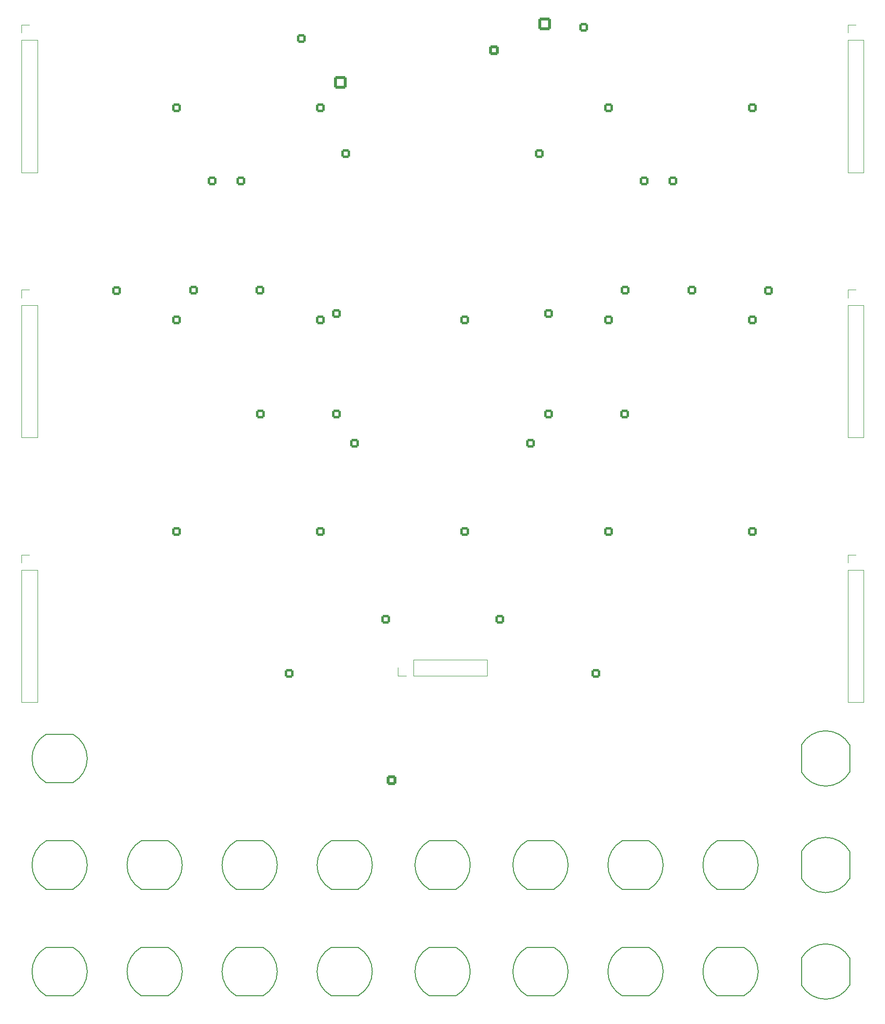
<source format=gto>
%TF.GenerationSoftware,KiCad,Pcbnew,9.0.6*%
%TF.CreationDate,2025-12-25T18:10:41+01:00*%
%TF.ProjectId,DMH_VCEG_PCB_1_Mk1_1,444d485f-5643-4454-975f-5043425f315f,1*%
%TF.SameCoordinates,Original*%
%TF.FileFunction,Legend,Top*%
%TF.FilePolarity,Positive*%
%FSLAX46Y46*%
G04 Gerber Fmt 4.6, Leading zero omitted, Abs format (unit mm)*
G04 Created by KiCad (PCBNEW 9.0.6) date 2025-12-25 18:10:41*
%MOMM*%
%LPD*%
G01*
G04 APERTURE LIST*
G04 Aperture macros list*
%AMRoundRect*
0 Rectangle with rounded corners*
0 $1 Rounding radius*
0 $2 $3 $4 $5 $6 $7 $8 $9 X,Y pos of 4 corners*
0 Add a 4 corners polygon primitive as box body*
4,1,4,$2,$3,$4,$5,$6,$7,$8,$9,$2,$3,0*
0 Add four circle primitives for the rounded corners*
1,1,$1+$1,$2,$3*
1,1,$1+$1,$4,$5*
1,1,$1+$1,$6,$7*
1,1,$1+$1,$8,$9*
0 Add four rect primitives between the rounded corners*
20,1,$1+$1,$2,$3,$4,$5,0*
20,1,$1+$1,$4,$5,$6,$7,0*
20,1,$1+$1,$6,$7,$8,$9,0*
20,1,$1+$1,$8,$9,$2,$3,0*%
%AMHorizOval*
0 Thick line with rounded ends*
0 $1 width*
0 $2 $3 position (X,Y) of the first rounded end (center of the circle)*
0 $4 $5 position (X,Y) of the second rounded end (center of the circle)*
0 Add line between two ends*
20,1,$1,$2,$3,$4,$5,0*
0 Add two circle primitives to create the rounded ends*
1,1,$1,$2,$3*
1,1,$1,$4,$5*%
G04 Aperture macros list end*
%ADD10C,0.150000*%
%ADD11C,0.120000*%
%ADD12C,1.600000*%
%ADD13RoundRect,0.250000X0.550000X0.550000X-0.550000X0.550000X-0.550000X-0.550000X0.550000X-0.550000X0*%
%ADD14R,1.500000X1.500000*%
%ADD15C,1.500000*%
%ADD16HorizOval,1.712000X-0.533159X-0.533159X0.533159X0.533159X0*%
%ADD17O,1.712000X3.220000*%
%ADD18O,3.220000X1.712000*%
%ADD19R,1.700000X1.700000*%
%ADD20C,1.700000*%
%ADD21HorizOval,1.712000X-0.533159X0.533159X0.533159X-0.533159X0*%
%ADD22C,1.440000*%
%ADD23RoundRect,0.250000X0.550000X-0.550000X0.550000X0.550000X-0.550000X0.550000X-0.550000X-0.550000X0*%
%ADD24RoundRect,0.250000X-0.550000X0.550000X-0.550000X-0.550000X0.550000X-0.550000X0.550000X0.550000X0*%
%ADD25RoundRect,0.249999X-0.850001X0.850001X-0.850001X-0.850001X0.850001X-0.850001X0.850001X0.850001X0*%
%ADD26C,2.200000*%
%ADD27RoundRect,0.250000X-0.600000X0.600000X-0.600000X-0.600000X0.600000X-0.600000X0.600000X0.600000X0*%
%ADD28RoundRect,0.250000X0.600000X-0.600000X0.600000X0.600000X-0.600000X0.600000X-0.600000X-0.600000X0*%
%ADD29RoundRect,0.249999X0.850001X-0.850001X0.850001X0.850001X-0.850001X0.850001X-0.850001X-0.850001X0*%
%ADD30RoundRect,0.250000X-0.550000X-0.550000X0.550000X-0.550000X0.550000X0.550000X-0.550000X0.550000X0*%
G04 APERTURE END LIST*
D10*
%TO.C,J19*%
X150000000Y-204550000D02*
X147650000Y-204550000D01*
X150000000Y-204550000D02*
X152350000Y-204550000D01*
X150000000Y-212950000D02*
X147650000Y-212950000D01*
X150000000Y-212950000D02*
X152350000Y-212950000D01*
X145200000Y-208750000D02*
G75*
G02*
X147656222Y-204561121I4800000J0D01*
G01*
X147656222Y-212938879D02*
G75*
G02*
X145200000Y-208750000I2343778J4188879D01*
G01*
X152343778Y-204561121D02*
G75*
G02*
X154800000Y-208750000I-2343781J-4188881D01*
G01*
X154800000Y-208750000D02*
G75*
G02*
X152343778Y-212938879I-4800003J2D01*
G01*
%TO.C,J14*%
X117000000Y-186050000D02*
X114650000Y-186050000D01*
X117000000Y-186050000D02*
X119350000Y-186050000D01*
X117000000Y-194450000D02*
X114650000Y-194450000D01*
X117000000Y-194450000D02*
X119350000Y-194450000D01*
X112200000Y-190250000D02*
G75*
G02*
X114656222Y-186061121I4800000J0D01*
G01*
X114656222Y-194438879D02*
G75*
G02*
X112200000Y-190250000I2343778J4188879D01*
G01*
X119343778Y-186061121D02*
G75*
G02*
X121800000Y-190250000I-2343781J-4188881D01*
G01*
X121800000Y-190250000D02*
G75*
G02*
X119343778Y-194438879I-4800003J2D01*
G01*
D11*
%TO.C,J24*%
X92270000Y-157380000D02*
X92270000Y-156000000D01*
X93650000Y-157380000D02*
X92270000Y-157380000D01*
X94920000Y-154620000D02*
X107730000Y-154620000D01*
X94920000Y-157380000D02*
X94920000Y-154620000D01*
X94920000Y-157380000D02*
X107730000Y-157380000D01*
X107730000Y-157380000D02*
X107730000Y-154620000D01*
D10*
%TO.C,J3*%
X66500000Y-186050000D02*
X64150000Y-186050000D01*
X66500000Y-186050000D02*
X68850000Y-186050000D01*
X66500000Y-194450000D02*
X64150000Y-194450000D01*
X66500000Y-194450000D02*
X68850000Y-194450000D01*
X61700000Y-190250000D02*
G75*
G02*
X64156222Y-186061121I4800000J0D01*
G01*
X64156222Y-194438879D02*
G75*
G02*
X61700000Y-190250000I2343778J4188879D01*
G01*
X68843778Y-186061121D02*
G75*
G02*
X71300000Y-190250000I-2343781J-4188881D01*
G01*
X71300000Y-190250000D02*
G75*
G02*
X68843778Y-194438879I-4800003J2D01*
G01*
%TO.C,J1*%
X33500000Y-186050000D02*
X31150000Y-186050000D01*
X33500000Y-186050000D02*
X35850000Y-186050000D01*
X33500000Y-194450000D02*
X31150000Y-194450000D01*
X33500000Y-194450000D02*
X35850000Y-194450000D01*
X28700000Y-190250000D02*
G75*
G02*
X31156222Y-186061121I4800000J0D01*
G01*
X31156222Y-194438879D02*
G75*
G02*
X28700000Y-190250000I2343778J4188879D01*
G01*
X35843778Y-186061121D02*
G75*
G02*
X38300000Y-190250000I-2343781J-4188881D01*
G01*
X38300000Y-190250000D02*
G75*
G02*
X35843778Y-194438879I-4800003J2D01*
G01*
%TO.C,J5*%
X83000000Y-204550000D02*
X80650000Y-204550000D01*
X83000000Y-204550000D02*
X85350000Y-204550000D01*
X83000000Y-212950000D02*
X80650000Y-212950000D01*
X83000000Y-212950000D02*
X85350000Y-212950000D01*
X78200000Y-208750000D02*
G75*
G02*
X80656222Y-204561121I4800000J0D01*
G01*
X80656222Y-212938879D02*
G75*
G02*
X78200000Y-208750000I2343778J4188879D01*
G01*
X85343778Y-204561121D02*
G75*
G02*
X87800000Y-208750000I-2343781J-4188881D01*
G01*
X87800000Y-208750000D02*
G75*
G02*
X85343778Y-212938879I-4800003J2D01*
G01*
%TO.C,J20*%
X162300000Y-208750000D02*
X162300000Y-206400000D01*
X162300000Y-208750000D02*
X162300000Y-211100000D01*
X170700000Y-208750000D02*
X170700000Y-206400000D01*
X170700000Y-208750000D02*
X170700000Y-211100000D01*
X162311121Y-206406222D02*
G75*
G02*
X166500000Y-203950000I4188881J-2343781D01*
G01*
X166500000Y-203950000D02*
G75*
G02*
X170688879Y-206406222I-2J-4800003D01*
G01*
X166500000Y-213550000D02*
G75*
G02*
X162311121Y-211093778I0J4800000D01*
G01*
X170688879Y-211093778D02*
G75*
G02*
X166500000Y-213550000I-4188879J2343778D01*
G01*
%TO.C,J4*%
X83000000Y-186050000D02*
X80650000Y-186050000D01*
X83000000Y-186050000D02*
X85350000Y-186050000D01*
X83000000Y-194450000D02*
X80650000Y-194450000D01*
X83000000Y-194450000D02*
X85350000Y-194450000D01*
X78200000Y-190250000D02*
G75*
G02*
X80656222Y-186061121I4800000J0D01*
G01*
X80656222Y-194438879D02*
G75*
G02*
X78200000Y-190250000I2343778J4188879D01*
G01*
X85343778Y-186061121D02*
G75*
G02*
X87800000Y-190250000I-2343781J-4188881D01*
G01*
X87800000Y-190250000D02*
G75*
G02*
X85343778Y-194438879I-4800003J2D01*
G01*
%TO.C,J18*%
X133500000Y-204550000D02*
X131150000Y-204550000D01*
X133500000Y-204550000D02*
X135850000Y-204550000D01*
X133500000Y-212950000D02*
X131150000Y-212950000D01*
X133500000Y-212950000D02*
X135850000Y-212950000D01*
X128700000Y-208750000D02*
G75*
G02*
X131156222Y-204561121I4800000J0D01*
G01*
X131156222Y-212938879D02*
G75*
G02*
X128700000Y-208750000I2343778J4188879D01*
G01*
X135843778Y-204561121D02*
G75*
G02*
X138300000Y-208750000I-2343781J-4188881D01*
G01*
X138300000Y-208750000D02*
G75*
G02*
X135843778Y-212938879I-4800003J2D01*
G01*
D11*
%TO.C,J21*%
X26870000Y-44370000D02*
X28250000Y-44370000D01*
X26870000Y-45750000D02*
X26870000Y-44370000D01*
X26870000Y-47020000D02*
X26870000Y-69990000D01*
X26870000Y-47020000D02*
X29630000Y-47020000D01*
X26870000Y-69990000D02*
X29630000Y-69990000D01*
X29630000Y-47020000D02*
X29630000Y-69990000D01*
D10*
%TO.C,J7*%
X100000000Y-186050000D02*
X97650000Y-186050000D01*
X100000000Y-186050000D02*
X102350000Y-186050000D01*
X100000000Y-194450000D02*
X97650000Y-194450000D01*
X100000000Y-194450000D02*
X102350000Y-194450000D01*
X95200000Y-190250000D02*
G75*
G02*
X97656222Y-186061121I4800000J0D01*
G01*
X97656222Y-194438879D02*
G75*
G02*
X95200000Y-190250000I2343778J4188879D01*
G01*
X102343778Y-186061121D02*
G75*
G02*
X104800000Y-190250000I-2343781J-4188881D01*
G01*
X104800000Y-190250000D02*
G75*
G02*
X102343778Y-194438879I-4800003J2D01*
G01*
%TO.C,J8*%
X66500000Y-204550000D02*
X64150000Y-204550000D01*
X66500000Y-204550000D02*
X68850000Y-204550000D01*
X66500000Y-212950000D02*
X64150000Y-212950000D01*
X66500000Y-212950000D02*
X68850000Y-212950000D01*
X61700000Y-208750000D02*
G75*
G02*
X64156222Y-204561121I4800000J0D01*
G01*
X64156222Y-212938879D02*
G75*
G02*
X61700000Y-208750000I2343778J4188879D01*
G01*
X68843778Y-204561121D02*
G75*
G02*
X71300000Y-208750000I-2343781J-4188881D01*
G01*
X71300000Y-208750000D02*
G75*
G02*
X68843778Y-212938879I-4800003J2D01*
G01*
D11*
%TO.C,J27*%
X170370000Y-136370000D02*
X171750000Y-136370000D01*
X170370000Y-137750000D02*
X170370000Y-136370000D01*
X170370000Y-139020000D02*
X170370000Y-161990000D01*
X170370000Y-139020000D02*
X173130000Y-139020000D01*
X170370000Y-161990000D02*
X173130000Y-161990000D01*
X173130000Y-139020000D02*
X173130000Y-161990000D01*
%TO.C,J23*%
X26870000Y-136370000D02*
X28250000Y-136370000D01*
X26870000Y-137750000D02*
X26870000Y-136370000D01*
X26870000Y-139020000D02*
X26870000Y-161990000D01*
X26870000Y-139020000D02*
X29630000Y-139020000D01*
X26870000Y-161990000D02*
X29630000Y-161990000D01*
X29630000Y-139020000D02*
X29630000Y-161990000D01*
D10*
%TO.C,J10*%
X33500000Y-204550000D02*
X31150000Y-204550000D01*
X33500000Y-204550000D02*
X35850000Y-204550000D01*
X33500000Y-212950000D02*
X31150000Y-212950000D01*
X33500000Y-212950000D02*
X35850000Y-212950000D01*
X28700000Y-208750000D02*
G75*
G02*
X31156222Y-204561121I4800000J0D01*
G01*
X31156222Y-212938879D02*
G75*
G02*
X28700000Y-208750000I2343778J4188879D01*
G01*
X35843778Y-204561121D02*
G75*
G02*
X38300000Y-208750000I-2343781J-4188881D01*
G01*
X38300000Y-208750000D02*
G75*
G02*
X35843778Y-212938879I-4800003J2D01*
G01*
%TO.C,J13*%
X133500000Y-186050000D02*
X131150000Y-186050000D01*
X133500000Y-186050000D02*
X135850000Y-186050000D01*
X133500000Y-194450000D02*
X131150000Y-194450000D01*
X133500000Y-194450000D02*
X135850000Y-194450000D01*
X128700000Y-190250000D02*
G75*
G02*
X131156222Y-186061121I4800000J0D01*
G01*
X131156222Y-194438879D02*
G75*
G02*
X128700000Y-190250000I2343778J4188879D01*
G01*
X135843778Y-186061121D02*
G75*
G02*
X138300000Y-190250000I-2343781J-4188881D01*
G01*
X138300000Y-190250000D02*
G75*
G02*
X135843778Y-194438879I-4800003J2D01*
G01*
D11*
%TO.C,J26*%
X170370000Y-90370000D02*
X171750000Y-90370000D01*
X170370000Y-91750000D02*
X170370000Y-90370000D01*
X170370000Y-93020000D02*
X170370000Y-115990000D01*
X170370000Y-93020000D02*
X173130000Y-93020000D01*
X170370000Y-115990000D02*
X173130000Y-115990000D01*
X173130000Y-93020000D02*
X173130000Y-115990000D01*
D10*
%TO.C,J6*%
X33500000Y-167550000D02*
X31150000Y-167550000D01*
X33500000Y-167550000D02*
X35850000Y-167550000D01*
X33500000Y-175950000D02*
X31150000Y-175950000D01*
X33500000Y-175950000D02*
X35850000Y-175950000D01*
X28700000Y-171750000D02*
G75*
G02*
X31156222Y-167561121I4800000J0D01*
G01*
X31156222Y-175938879D02*
G75*
G02*
X28700000Y-171750000I2343778J4188879D01*
G01*
X35843778Y-167561121D02*
G75*
G02*
X38300000Y-171750000I-2343781J-4188881D01*
G01*
X38300000Y-171750000D02*
G75*
G02*
X35843778Y-175938879I-4800003J2D01*
G01*
D11*
%TO.C,J22*%
X26870000Y-90370000D02*
X28250000Y-90370000D01*
X26870000Y-91750000D02*
X26870000Y-90370000D01*
X26870000Y-93020000D02*
X26870000Y-115990000D01*
X26870000Y-93020000D02*
X29630000Y-93020000D01*
X26870000Y-115990000D02*
X29630000Y-115990000D01*
X29630000Y-93020000D02*
X29630000Y-115990000D01*
D10*
%TO.C,J12*%
X150000000Y-186050000D02*
X147650000Y-186050000D01*
X150000000Y-186050000D02*
X152350000Y-186050000D01*
X150000000Y-194450000D02*
X147650000Y-194450000D01*
X150000000Y-194450000D02*
X152350000Y-194450000D01*
X145200000Y-190250000D02*
G75*
G02*
X147656222Y-186061121I4800000J0D01*
G01*
X147656222Y-194438879D02*
G75*
G02*
X145200000Y-190250000I2343778J4188879D01*
G01*
X152343778Y-186061121D02*
G75*
G02*
X154800000Y-190250000I-2343781J-4188881D01*
G01*
X154800000Y-190250000D02*
G75*
G02*
X152343778Y-194438879I-4800003J2D01*
G01*
%TO.C,J2*%
X50000000Y-186050000D02*
X47650000Y-186050000D01*
X50000000Y-186050000D02*
X52350000Y-186050000D01*
X50000000Y-194450000D02*
X47650000Y-194450000D01*
X50000000Y-194450000D02*
X52350000Y-194450000D01*
X45200000Y-190250000D02*
G75*
G02*
X47656222Y-186061121I4800000J0D01*
G01*
X47656222Y-194438879D02*
G75*
G02*
X45200000Y-190250000I2343778J4188879D01*
G01*
X52343778Y-186061121D02*
G75*
G02*
X54800000Y-190250000I-2343781J-4188881D01*
G01*
X54800000Y-190250000D02*
G75*
G02*
X52343778Y-194438879I-4800003J2D01*
G01*
%TO.C,J16*%
X162300000Y-171750000D02*
X162300000Y-169400000D01*
X162300000Y-171750000D02*
X162300000Y-174100000D01*
X170700000Y-171750000D02*
X170700000Y-169400000D01*
X170700000Y-171750000D02*
X170700000Y-174100000D01*
X162311121Y-169406222D02*
G75*
G02*
X166500000Y-166950000I4188881J-2343781D01*
G01*
X166500000Y-166950000D02*
G75*
G02*
X170688879Y-169406222I-2J-4800003D01*
G01*
X166500000Y-176550000D02*
G75*
G02*
X162311121Y-174093778I0J4800000D01*
G01*
X170688879Y-174093778D02*
G75*
G02*
X166500000Y-176550000I-4188879J2343778D01*
G01*
D11*
%TO.C,J25*%
X170370000Y-44370000D02*
X171750000Y-44370000D01*
X170370000Y-45750000D02*
X170370000Y-44370000D01*
X170370000Y-47020000D02*
X170370000Y-69990000D01*
X170370000Y-47020000D02*
X173130000Y-47020000D01*
X170370000Y-69990000D02*
X173130000Y-69990000D01*
X173130000Y-47020000D02*
X173130000Y-69990000D01*
D10*
%TO.C,J17*%
X100000000Y-204550000D02*
X97650000Y-204550000D01*
X100000000Y-204550000D02*
X102350000Y-204550000D01*
X100000000Y-212950000D02*
X97650000Y-212950000D01*
X100000000Y-212950000D02*
X102350000Y-212950000D01*
X95200000Y-208750000D02*
G75*
G02*
X97656222Y-204561121I4800000J0D01*
G01*
X97656222Y-212938879D02*
G75*
G02*
X95200000Y-208750000I2343778J4188879D01*
G01*
X102343778Y-204561121D02*
G75*
G02*
X104800000Y-208750000I-2343781J-4188881D01*
G01*
X104800000Y-208750000D02*
G75*
G02*
X102343778Y-212938879I-4800003J2D01*
G01*
%TO.C,J11*%
X162300000Y-190250000D02*
X162300000Y-187900000D01*
X162300000Y-190250000D02*
X162300000Y-192600000D01*
X170700000Y-190250000D02*
X170700000Y-187900000D01*
X170700000Y-190250000D02*
X170700000Y-192600000D01*
X162311121Y-187906222D02*
G75*
G02*
X166500000Y-185450000I4188881J-2343781D01*
G01*
X166500000Y-185450000D02*
G75*
G02*
X170688879Y-187906222I-2J-4800003D01*
G01*
X166500000Y-195050000D02*
G75*
G02*
X162311121Y-192593778I0J4800000D01*
G01*
X170688879Y-192593778D02*
G75*
G02*
X166500000Y-195050000I-4188879J2343778D01*
G01*
%TO.C,J15*%
X117000000Y-204550000D02*
X114650000Y-204550000D01*
X117000000Y-204550000D02*
X119350000Y-204550000D01*
X117000000Y-212950000D02*
X114650000Y-212950000D01*
X117000000Y-212950000D02*
X119350000Y-212950000D01*
X112200000Y-208750000D02*
G75*
G02*
X114656222Y-204561121I4800000J0D01*
G01*
X114656222Y-212938879D02*
G75*
G02*
X112200000Y-208750000I2343778J4188879D01*
G01*
X119343778Y-204561121D02*
G75*
G02*
X121800000Y-208750000I-2343781J-4188881D01*
G01*
X121800000Y-208750000D02*
G75*
G02*
X119343778Y-212938879I-4800003J2D01*
G01*
%TO.C,J9*%
X50000000Y-204550000D02*
X47650000Y-204550000D01*
X50000000Y-204550000D02*
X52350000Y-204550000D01*
X50000000Y-212950000D02*
X47650000Y-212950000D01*
X50000000Y-212950000D02*
X52350000Y-212950000D01*
X45200000Y-208750000D02*
G75*
G02*
X47656222Y-204561121I4800000J0D01*
G01*
X47656222Y-212938879D02*
G75*
G02*
X45200000Y-208750000I2343778J4188879D01*
G01*
X52343778Y-204561121D02*
G75*
G02*
X54800000Y-208750000I-2343781J-4188881D01*
G01*
X54800000Y-208750000D02*
G75*
G02*
X52343778Y-212938879I-4800003J2D01*
G01*
%TD*%
%LPC*%
D12*
%TO.C,U13*%
X121190000Y-95585000D03*
X121190000Y-98125000D03*
X121190000Y-100665000D03*
X121190000Y-103205000D03*
X121190000Y-105745000D03*
X121190000Y-108285000D03*
X121190000Y-110825000D03*
X128810000Y-110825000D03*
X128810000Y-108285000D03*
X128810000Y-105745000D03*
X128810000Y-103205000D03*
X128810000Y-100665000D03*
X128810000Y-98125000D03*
D13*
X128810000Y-95585000D03*
%TD*%
D12*
%TO.C,R3*%
X159900000Y-85510000D03*
X159900000Y-77890000D03*
%TD*%
D13*
%TO.C,U26*%
X103810000Y-95585000D03*
D12*
X103810000Y-98125000D03*
X103810000Y-100665000D03*
X103810000Y-103205000D03*
X103810000Y-105745000D03*
X103810000Y-108285000D03*
X103810000Y-110825000D03*
X96190000Y-110825000D03*
X96190000Y-108285000D03*
X96190000Y-105745000D03*
X96190000Y-103205000D03*
X96190000Y-100665000D03*
X96190000Y-98125000D03*
X96190000Y-95585000D03*
%TD*%
%TO.C,R202*%
X40100000Y-77790000D03*
X40100000Y-85410000D03*
%TD*%
D14*
%TO.C,Q6*%
X151260000Y-85500000D03*
D15*
X153800000Y-85500000D03*
X156340000Y-85500000D03*
%TD*%
D14*
%TO.C,Q5*%
X48740000Y-85500000D03*
D15*
X46200000Y-85500000D03*
X43660000Y-85500000D03*
%TD*%
D12*
%TO.C,C79*%
X97500000Y-92800000D03*
X102500000Y-92800000D03*
%TD*%
D16*
%TO.C,J19*%
X145403810Y-204153810D03*
D17*
X156500000Y-208250000D03*
D18*
X152500000Y-202250000D03*
%TD*%
D16*
%TO.C,J14*%
X112403810Y-185653810D03*
D17*
X123500000Y-189750000D03*
D18*
X119500000Y-183750000D03*
%TD*%
D19*
%TO.C,J24*%
X93650000Y-156000000D03*
D20*
X96190000Y-156000000D03*
X98730000Y-156000000D03*
X101270000Y-156000000D03*
X103810000Y-156000000D03*
X106350000Y-156000000D03*
%TD*%
D16*
%TO.C,J3*%
X61903810Y-185653810D03*
D17*
X73000000Y-189750000D03*
D18*
X69000000Y-183750000D03*
%TD*%
D16*
%TO.C,J1*%
X28903810Y-185653810D03*
D17*
X40000000Y-189750000D03*
D18*
X36000000Y-183750000D03*
%TD*%
D16*
%TO.C,J5*%
X78403810Y-204153810D03*
D17*
X89500000Y-208250000D03*
D18*
X85500000Y-202250000D03*
%TD*%
D21*
%TO.C,J20*%
X161903810Y-213346190D03*
D18*
X166000000Y-202250000D03*
D17*
X160000000Y-206250000D03*
%TD*%
D16*
%TO.C,J4*%
X78403810Y-185653810D03*
D17*
X89500000Y-189750000D03*
D18*
X85500000Y-183750000D03*
%TD*%
D16*
%TO.C,J18*%
X128903810Y-204153810D03*
D17*
X140000000Y-208250000D03*
D18*
X136000000Y-202250000D03*
%TD*%
D19*
%TO.C,J21*%
X28250000Y-45750000D03*
D20*
X28250000Y-48290000D03*
X28250000Y-50830000D03*
X28250000Y-53370000D03*
X28250000Y-55910000D03*
X28250000Y-58450000D03*
X28250000Y-60990000D03*
X28250000Y-63530000D03*
X28250000Y-66070000D03*
X28250000Y-68610000D03*
%TD*%
D16*
%TO.C,J7*%
X95403810Y-185653810D03*
D17*
X106500000Y-189750000D03*
D18*
X102500000Y-183750000D03*
%TD*%
D16*
%TO.C,J8*%
X61903810Y-204153810D03*
D17*
X73000000Y-208250000D03*
D18*
X69000000Y-202250000D03*
%TD*%
D19*
%TO.C,J27*%
X171750000Y-137750000D03*
D20*
X171750000Y-140290000D03*
X171750000Y-142830000D03*
X171750000Y-145370000D03*
X171750000Y-147910000D03*
X171750000Y-150450000D03*
X171750000Y-152990000D03*
X171750000Y-155530000D03*
X171750000Y-158070000D03*
X171750000Y-160610000D03*
%TD*%
D19*
%TO.C,J23*%
X28250000Y-137750000D03*
D20*
X28250000Y-140290000D03*
X28250000Y-142830000D03*
X28250000Y-145370000D03*
X28250000Y-147910000D03*
X28250000Y-150450000D03*
X28250000Y-152990000D03*
X28250000Y-155530000D03*
X28250000Y-158070000D03*
X28250000Y-160610000D03*
%TD*%
D16*
%TO.C,J10*%
X28903810Y-204153810D03*
D17*
X40000000Y-208250000D03*
D18*
X36000000Y-202250000D03*
%TD*%
D16*
%TO.C,J13*%
X128903810Y-185653810D03*
D17*
X140000000Y-189750000D03*
D18*
X136000000Y-183750000D03*
%TD*%
D19*
%TO.C,J26*%
X171750000Y-91750000D03*
D20*
X171750000Y-94290000D03*
X171750000Y-96830000D03*
X171750000Y-99370000D03*
X171750000Y-101910000D03*
X171750000Y-104450000D03*
X171750000Y-106990000D03*
X171750000Y-109530000D03*
X171750000Y-112070000D03*
X171750000Y-114610000D03*
%TD*%
D16*
%TO.C,J6*%
X28903810Y-167153810D03*
D17*
X40000000Y-171250000D03*
D18*
X36000000Y-165250000D03*
%TD*%
D19*
%TO.C,J22*%
X28250000Y-91750000D03*
D20*
X28250000Y-94290000D03*
X28250000Y-96830000D03*
X28250000Y-99370000D03*
X28250000Y-101910000D03*
X28250000Y-104450000D03*
X28250000Y-106990000D03*
X28250000Y-109530000D03*
X28250000Y-112070000D03*
X28250000Y-114610000D03*
%TD*%
D16*
%TO.C,J12*%
X145403810Y-185653810D03*
D17*
X156500000Y-189750000D03*
D18*
X152500000Y-183750000D03*
%TD*%
D16*
%TO.C,J2*%
X45403810Y-185653810D03*
D17*
X56500000Y-189750000D03*
D18*
X52500000Y-183750000D03*
%TD*%
D21*
%TO.C,J16*%
X161903810Y-176346190D03*
D18*
X166000000Y-165250000D03*
D17*
X160000000Y-169250000D03*
%TD*%
D19*
%TO.C,J25*%
X171750000Y-45750000D03*
D20*
X171750000Y-48290000D03*
X171750000Y-50830000D03*
X171750000Y-53370000D03*
X171750000Y-55910000D03*
X171750000Y-58450000D03*
X171750000Y-60990000D03*
X171750000Y-63530000D03*
X171750000Y-66070000D03*
X171750000Y-68610000D03*
%TD*%
D16*
%TO.C,J17*%
X95403810Y-204153810D03*
D17*
X106500000Y-208250000D03*
D18*
X102500000Y-202250000D03*
%TD*%
D21*
%TO.C,J11*%
X161903810Y-194846190D03*
D18*
X166000000Y-183750000D03*
D17*
X160000000Y-187750000D03*
%TD*%
D16*
%TO.C,J15*%
X112403810Y-204153810D03*
D17*
X123500000Y-208250000D03*
D18*
X119500000Y-202250000D03*
%TD*%
D16*
%TO.C,J9*%
X45403810Y-204153810D03*
D17*
X56500000Y-208250000D03*
D18*
X52500000Y-202250000D03*
%TD*%
D12*
%TO.C,R110*%
X119000000Y-159750000D03*
X126620000Y-159750000D03*
%TD*%
D22*
%TO.C,RV20*%
X52540000Y-155200000D03*
X50000000Y-155200000D03*
X47460000Y-155200000D03*
%TD*%
D12*
%TO.C,R143*%
X112600000Y-111910000D03*
X112600000Y-104290000D03*
%TD*%
%TO.C,R106*%
X118990000Y-171800000D03*
X126610000Y-171800000D03*
%TD*%
%TO.C,R35*%
X43100000Y-71510000D03*
X43100000Y-63890000D03*
%TD*%
%TO.C,R5*%
X81900000Y-150210000D03*
X81900000Y-142590000D03*
%TD*%
%TO.C,R131*%
X130090000Y-129300000D03*
X137710000Y-129300000D03*
%TD*%
D13*
%TO.C,U16*%
X153810000Y-95585000D03*
D12*
X153810000Y-98125000D03*
X153810000Y-100665000D03*
X153810000Y-103205000D03*
X153810000Y-105745000D03*
X153810000Y-108285000D03*
X153810000Y-110825000D03*
X146190000Y-110825000D03*
X146190000Y-108285000D03*
X146190000Y-105745000D03*
X146190000Y-103205000D03*
X146190000Y-100665000D03*
X146190000Y-98125000D03*
X146190000Y-95585000D03*
%TD*%
%TO.C,C27*%
X152500000Y-56000000D03*
X147500000Y-56000000D03*
%TD*%
%TO.C,C5*%
X72500000Y-56000000D03*
X77500000Y-56000000D03*
%TD*%
%TO.C,R39*%
X87400000Y-94490000D03*
X87400000Y-102110000D03*
%TD*%
D22*
%TO.C,RV41*%
X152540000Y-155200000D03*
X150000000Y-155200000D03*
X147460000Y-155200000D03*
%TD*%
D12*
%TO.C,R132*%
X156900000Y-71510000D03*
X156900000Y-63890000D03*
%TD*%
%TO.C,C22*%
X127500000Y-129600000D03*
X122500000Y-129600000D03*
%TD*%
%TO.C,R91*%
X59600000Y-171290000D03*
X59600000Y-178910000D03*
%TD*%
D13*
%TO.C,U11*%
X128810000Y-132385000D03*
D12*
X128810000Y-134925000D03*
X128810000Y-137465000D03*
X128810000Y-140005000D03*
X128810000Y-142545000D03*
X128810000Y-145085000D03*
X128810000Y-147625000D03*
X121190000Y-147625000D03*
X121190000Y-145085000D03*
X121190000Y-142545000D03*
X121190000Y-140005000D03*
X121190000Y-137465000D03*
X121190000Y-134925000D03*
X121190000Y-132385000D03*
%TD*%
%TO.C,R114*%
X106900000Y-130190000D03*
X106900000Y-137810000D03*
%TD*%
%TO.C,R25*%
X56900000Y-79110000D03*
X56900000Y-71490000D03*
%TD*%
%TO.C,R34*%
X69910000Y-129300000D03*
X62290000Y-129300000D03*
%TD*%
%TO.C,R193*%
X139000000Y-132290000D03*
X139000000Y-139910000D03*
%TD*%
%TO.C,C10*%
X47500000Y-92800000D03*
X52500000Y-92800000D03*
%TD*%
%TO.C,C68*%
X135000000Y-88100000D03*
X140000000Y-88100000D03*
%TD*%
%TO.C,C6*%
X72500000Y-92800000D03*
X77500000Y-92800000D03*
%TD*%
D13*
%TO.C,U1*%
X78810000Y-132385000D03*
D12*
X78810000Y-134925000D03*
X78810000Y-137465000D03*
X78810000Y-140005000D03*
X78810000Y-142545000D03*
X78810000Y-145085000D03*
X78810000Y-147625000D03*
X71190000Y-147625000D03*
X71190000Y-145085000D03*
X71190000Y-142545000D03*
X71190000Y-140005000D03*
X71190000Y-137465000D03*
X71190000Y-134925000D03*
X71190000Y-132385000D03*
%TD*%
%TO.C,C25*%
X122500000Y-92800000D03*
X127500000Y-92800000D03*
%TD*%
%TO.C,R19*%
X159900000Y-53690000D03*
X159900000Y-61310000D03*
%TD*%
%TO.C,C11*%
X52500000Y-129600000D03*
X47500000Y-129600000D03*
%TD*%
%TO.C,R14*%
X81010000Y-162750000D03*
X73390000Y-162750000D03*
%TD*%
%TO.C,R40*%
X29090000Y-117900000D03*
X36710000Y-117900000D03*
%TD*%
D23*
%TO.C,C2*%
X75500000Y-46705113D03*
D12*
X75500000Y-44705113D03*
%TD*%
%TO.C,C8*%
X52500000Y-56000000D03*
X47500000Y-56000000D03*
%TD*%
%TO.C,R41*%
X46190000Y-79500000D03*
X53810000Y-79500000D03*
%TD*%
%TO.C,R118*%
X118990000Y-165800000D03*
X126610000Y-165800000D03*
%TD*%
%TO.C,R108*%
X59600000Y-98060000D03*
X59600000Y-90440000D03*
%TD*%
%TO.C,C59*%
X128900000Y-157300000D03*
X128900000Y-162300000D03*
%TD*%
D24*
%TO.C,D33*%
X118400000Y-94490000D03*
D12*
X118400000Y-102110000D03*
%TD*%
%TO.C,C48*%
X85900000Y-134950000D03*
X85900000Y-132450000D03*
%TD*%
%TO.C,R1*%
X67600000Y-115090000D03*
X67600000Y-122710000D03*
%TD*%
D25*
%TO.C,D1*%
X117750000Y-44170000D03*
D26*
X117750000Y-54330000D03*
%TD*%
D12*
%TO.C,R45*%
X84400000Y-111910000D03*
X84400000Y-104290000D03*
%TD*%
D24*
%TO.C,D6*%
X65000000Y-71490000D03*
D12*
X65000000Y-79110000D03*
%TD*%
%TO.C,R190*%
X140590000Y-117900000D03*
X148210000Y-117900000D03*
%TD*%
%TO.C,R22*%
X53600000Y-178910000D03*
X53600000Y-171290000D03*
%TD*%
D23*
%TO.C,D3*%
X68400000Y-111910000D03*
D12*
X68400000Y-104290000D03*
%TD*%
%TO.C,C47*%
X65000000Y-69200000D03*
X60000000Y-69200000D03*
%TD*%
D24*
%TO.C,D43*%
X43400000Y-90490000D03*
D12*
X43400000Y-98110000D03*
%TD*%
D24*
%TO.C,C1*%
X124500000Y-44794888D03*
D12*
X124500000Y-46794888D03*
%TD*%
%TO.C,R42*%
X40490000Y-117900000D03*
X48110000Y-117900000D03*
%TD*%
%TO.C,R13*%
X81010000Y-159750000D03*
X73390000Y-159750000D03*
%TD*%
%TO.C,R101*%
X134900000Y-142490000D03*
X134900000Y-150110000D03*
%TD*%
%TO.C,R8*%
X64600000Y-122710000D03*
X64600000Y-115090000D03*
%TD*%
D24*
%TO.C,D14*%
X81600000Y-94490000D03*
D12*
X81600000Y-102110000D03*
%TD*%
%TO.C,R4*%
X65100000Y-142490000D03*
X65100000Y-150110000D03*
%TD*%
%TO.C,R133*%
X133000000Y-139910000D03*
X133000000Y-132290000D03*
%TD*%
%TO.C,R136*%
X112600000Y-94490000D03*
X112600000Y-102110000D03*
%TD*%
%TO.C,R116*%
X37600000Y-98110000D03*
X37600000Y-90490000D03*
%TD*%
%TO.C,C28*%
X152500000Y-76800000D03*
X147500000Y-76800000D03*
%TD*%
%TO.C,C77*%
X62500000Y-96800000D03*
X62500000Y-91800000D03*
%TD*%
%TO.C,C53*%
X40100000Y-70200000D03*
X40100000Y-65200000D03*
%TD*%
D22*
%TO.C,RV21*%
X52540000Y-162305000D03*
X50000000Y-162305000D03*
X47460000Y-162305000D03*
%TD*%
D24*
%TO.C,D26*%
X140000000Y-71490000D03*
D12*
X140000000Y-79110000D03*
%TD*%
%TO.C,R92*%
X56900000Y-142490000D03*
X56900000Y-150110000D03*
%TD*%
%TO.C,R139*%
X159410000Y-117900000D03*
X151790000Y-117900000D03*
%TD*%
%TO.C,R194*%
X136000000Y-132290000D03*
X136000000Y-139910000D03*
%TD*%
%TO.C,R97*%
X64000000Y-132290000D03*
X64000000Y-139910000D03*
%TD*%
D13*
%TO.C,U17*%
X153810000Y-132385000D03*
D12*
X153810000Y-134925000D03*
X153810000Y-137465000D03*
X153810000Y-140005000D03*
X153810000Y-142545000D03*
X153810000Y-145085000D03*
X153810000Y-147625000D03*
X146190000Y-147625000D03*
X146190000Y-145085000D03*
X146190000Y-142545000D03*
X146190000Y-140005000D03*
X146190000Y-137465000D03*
X146190000Y-134925000D03*
X146190000Y-132385000D03*
%TD*%
D23*
%TO.C,D34*%
X116800000Y-66710000D03*
D12*
X116800000Y-59090000D03*
%TD*%
%TO.C,C12*%
X52500000Y-150400000D03*
X47500000Y-150400000D03*
%TD*%
%TO.C,R36*%
X67000000Y-139910000D03*
X67000000Y-132290000D03*
%TD*%
%TO.C,R199*%
X156900000Y-61310000D03*
X156900000Y-53690000D03*
%TD*%
D22*
%TO.C,RV19*%
X58240000Y-123805000D03*
X55700000Y-123805000D03*
X53160000Y-123805000D03*
%TD*%
D12*
%TO.C,C31*%
X152500000Y-150400000D03*
X147500000Y-150400000D03*
%TD*%
D24*
%TO.C,D12*%
X68250000Y-90440000D03*
D12*
X68250000Y-98060000D03*
%TD*%
%TO.C,R16*%
X90100000Y-137810000D03*
X90100000Y-130190000D03*
%TD*%
D22*
%TO.C,RV24*%
X147460000Y-50095000D03*
X150000000Y-50095000D03*
X152540000Y-50095000D03*
%TD*%
D23*
%TO.C,D32*%
X109900000Y-147610000D03*
D12*
X109900000Y-139990000D03*
%TD*%
D24*
%TO.C,D41*%
X56800000Y-90440000D03*
D12*
X56800000Y-98060000D03*
%TD*%
%TO.C,R98*%
X132400000Y-115090000D03*
X132400000Y-122710000D03*
%TD*%
%TO.C,C58*%
X135000000Y-152400000D03*
X140000000Y-152400000D03*
%TD*%
%TO.C,R20*%
X81010000Y-168800000D03*
X73390000Y-168800000D03*
%TD*%
%TO.C,C55*%
X82000000Y-114200000D03*
X87000000Y-114200000D03*
%TD*%
%TO.C,R7*%
X59900000Y-150110000D03*
X59900000Y-142490000D03*
%TD*%
%TO.C,C42*%
X65000000Y-152400000D03*
X60000000Y-152400000D03*
%TD*%
%TO.C,R9*%
X81010000Y-171800000D03*
X73390000Y-171800000D03*
%TD*%
%TO.C,R141*%
X143100000Y-63810000D03*
X143100000Y-56190000D03*
%TD*%
D24*
%TO.C,D5*%
X84700000Y-116990000D03*
D12*
X84700000Y-124610000D03*
%TD*%
%TO.C,C72*%
X97500000Y-129600000D03*
X102500000Y-129600000D03*
%TD*%
D13*
%TO.C,U7*%
X53810000Y-132385000D03*
D12*
X53810000Y-134925000D03*
X53810000Y-137465000D03*
X53810000Y-140005000D03*
X53810000Y-142545000D03*
X53810000Y-145085000D03*
X53810000Y-147625000D03*
X46190000Y-147625000D03*
X46190000Y-145085000D03*
X46190000Y-142545000D03*
X46190000Y-140005000D03*
X46190000Y-137465000D03*
X46190000Y-134925000D03*
X46190000Y-132385000D03*
%TD*%
%TO.C,R21*%
X81010000Y-165800000D03*
X73390000Y-165800000D03*
%TD*%
%TO.C,R47*%
X86000000Y-66710000D03*
X86000000Y-59090000D03*
%TD*%
D24*
%TO.C,D44*%
X156600000Y-90490000D03*
D12*
X156600000Y-98110000D03*
%TD*%
%TO.C,C78*%
X137400000Y-96800000D03*
X137400000Y-91800000D03*
%TD*%
%TO.C,R32*%
X93100000Y-139990000D03*
X93100000Y-147610000D03*
%TD*%
%TO.C,C63*%
X135000000Y-69210000D03*
X140000000Y-69210000D03*
%TD*%
%TO.C,C46*%
X87200000Y-118300000D03*
X87200000Y-123300000D03*
%TD*%
%TO.C,R31*%
X65500000Y-90440000D03*
X65500000Y-98060000D03*
%TD*%
%TO.C,R2*%
X58690000Y-81750000D03*
X66310000Y-81750000D03*
%TD*%
%TO.C,R120*%
X118100000Y-129890000D03*
X118100000Y-137510000D03*
%TD*%
D14*
%TO.C,Q20*%
X127000000Y-83560000D03*
D15*
X127000000Y-81020000D03*
X127000000Y-78480000D03*
%TD*%
D12*
%TO.C,C30*%
X152500000Y-129600000D03*
X147500000Y-129600000D03*
%TD*%
%TO.C,R43*%
X106900000Y-139990000D03*
X106900000Y-147610000D03*
%TD*%
%TO.C,R122*%
X143100000Y-79120000D03*
X143100000Y-71500000D03*
%TD*%
D14*
%TO.C,Q17*%
X123000000Y-115200000D03*
D15*
X123000000Y-117740000D03*
X123000000Y-120280000D03*
%TD*%
D12*
%TO.C,R188*%
X140400000Y-171290000D03*
X140400000Y-178910000D03*
%TD*%
D14*
%TO.C,Q4*%
X77000000Y-83560000D03*
D15*
X77000000Y-81020000D03*
X77000000Y-78480000D03*
%TD*%
D12*
%TO.C,R129*%
X159400000Y-90490000D03*
X159400000Y-98110000D03*
%TD*%
D13*
%TO.C,U12*%
X128810000Y-58785000D03*
D12*
X128810000Y-61325000D03*
X128810000Y-63865000D03*
X128810000Y-66405000D03*
X128810000Y-68945000D03*
X128810000Y-71485000D03*
X128810000Y-74025000D03*
X121190000Y-74025000D03*
X121190000Y-71485000D03*
X121190000Y-68945000D03*
X121190000Y-66405000D03*
X121190000Y-63865000D03*
X121190000Y-61325000D03*
X121190000Y-58785000D03*
%TD*%
%TO.C,C44*%
X85900000Y-141150000D03*
X85900000Y-138650000D03*
%TD*%
%TO.C,R95*%
X56600000Y-171290000D03*
X56600000Y-178910000D03*
%TD*%
D27*
%TO.C,J200*%
X91110000Y-175497500D03*
D20*
X93650000Y-175497500D03*
X96190000Y-175497500D03*
X98730000Y-175497500D03*
X101270000Y-175497500D03*
X103810000Y-175497500D03*
X106350000Y-175497500D03*
X108890000Y-175497500D03*
X91110000Y-178037500D03*
X93650000Y-178037500D03*
X96190000Y-178037500D03*
X98730000Y-178037500D03*
X101270000Y-178037500D03*
X103810000Y-178037500D03*
X106350000Y-178037500D03*
X108890000Y-178037500D03*
%TD*%
D12*
%TO.C,R117*%
X118990000Y-168800000D03*
X126610000Y-168800000D03*
%TD*%
D28*
%TO.C,J100*%
X108890000Y-48752500D03*
D20*
X108890000Y-46212500D03*
X106350000Y-48752500D03*
X106350000Y-46212500D03*
X103810000Y-48752500D03*
X103810000Y-46212500D03*
X101270000Y-48752500D03*
X101270000Y-46212500D03*
X98730000Y-48752500D03*
X98730000Y-46212500D03*
X96190000Y-48752500D03*
X96190000Y-46212500D03*
X93650000Y-48752500D03*
X93650000Y-46212500D03*
X91110000Y-48752500D03*
X91110000Y-46212500D03*
%TD*%
D12*
%TO.C,C80*%
X34900000Y-96800000D03*
X34900000Y-91800000D03*
%TD*%
D14*
%TO.C,Q18*%
X127000000Y-120290000D03*
D15*
X127000000Y-117750000D03*
X127000000Y-115210000D03*
%TD*%
D22*
%TO.C,RV40*%
X146940000Y-123805000D03*
X144400000Y-123805000D03*
X141860000Y-123805000D03*
%TD*%
D12*
%TO.C,R140*%
X162400000Y-98110000D03*
X162400000Y-90490000D03*
%TD*%
%TO.C,C69*%
X159900000Y-70200000D03*
X159900000Y-65200000D03*
%TD*%
%TO.C,R128*%
X134500000Y-90440000D03*
X134500000Y-98060000D03*
%TD*%
%TO.C,R142*%
X115600000Y-111910000D03*
X115600000Y-104290000D03*
%TD*%
%TO.C,C56*%
X165100000Y-96800000D03*
X165100000Y-91800000D03*
%TD*%
%TO.C,R137*%
X170610000Y-117900000D03*
X162990000Y-117900000D03*
%TD*%
%TO.C,C60*%
X114100000Y-141150000D03*
X114100000Y-138650000D03*
%TD*%
D14*
%TO.C,Q1*%
X73000000Y-115200000D03*
D15*
X73000000Y-117740000D03*
X73000000Y-120280000D03*
%TD*%
D23*
%TO.C,D22*%
X131600000Y-111910000D03*
D12*
X131600000Y-104290000D03*
%TD*%
%TO.C,R138*%
X146190000Y-79500000D03*
X153810000Y-79500000D03*
%TD*%
%TO.C,R123*%
X131900000Y-79110000D03*
X131900000Y-71490000D03*
%TD*%
%TO.C,C64*%
X114100000Y-134950000D03*
X114100000Y-132450000D03*
%TD*%
%TO.C,R135*%
X115600000Y-94490000D03*
X115600000Y-102110000D03*
%TD*%
%TO.C,R102*%
X118100000Y-150210000D03*
X118100000Y-142590000D03*
%TD*%
D24*
%TO.C,D42*%
X143300000Y-90440000D03*
D12*
X143300000Y-98060000D03*
%TD*%
%TO.C,R23*%
X81900000Y-129890000D03*
X81900000Y-137510000D03*
%TD*%
%TO.C,C54*%
X82000000Y-92200000D03*
X87000000Y-92200000D03*
%TD*%
D13*
%TO.C,U25*%
X103810000Y-132385000D03*
D12*
X103810000Y-134925000D03*
X103810000Y-137465000D03*
X103810000Y-140005000D03*
X103810000Y-142545000D03*
X103810000Y-145085000D03*
X103810000Y-147625000D03*
X96190000Y-147625000D03*
X96190000Y-145085000D03*
X96190000Y-142545000D03*
X96190000Y-140005000D03*
X96190000Y-137465000D03*
X96190000Y-134925000D03*
X96190000Y-132385000D03*
%TD*%
%TO.C,C29*%
X147500000Y-92800000D03*
X152500000Y-92800000D03*
%TD*%
%TO.C,R96*%
X61000000Y-132290000D03*
X61000000Y-139910000D03*
%TD*%
%TO.C,R189*%
X143100000Y-142490000D03*
X143100000Y-150110000D03*
%TD*%
%TO.C,R191*%
X142000000Y-132290000D03*
X142000000Y-139910000D03*
%TD*%
D14*
%TO.C,Q19*%
X123000000Y-78460000D03*
D15*
X123000000Y-81000000D03*
X123000000Y-83540000D03*
%TD*%
D12*
%TO.C,R93*%
X59510000Y-117900000D03*
X51890000Y-117900000D03*
%TD*%
D22*
%TO.C,RV3*%
X47460000Y-50095000D03*
X50000000Y-50095000D03*
X52540000Y-50095000D03*
%TD*%
D12*
%TO.C,C70*%
X117800000Y-92200000D03*
X112800000Y-92200000D03*
%TD*%
%TO.C,R12*%
X81000000Y-174800000D03*
X73380000Y-174800000D03*
%TD*%
%TO.C,R99*%
X141310000Y-81700000D03*
X133690000Y-81700000D03*
%TD*%
%TO.C,R201*%
X40600000Y-90490000D03*
X40600000Y-98110000D03*
%TD*%
D23*
%TO.C,D15*%
X83200000Y-66710000D03*
D12*
X83200000Y-59090000D03*
%TD*%
D29*
%TO.C,D2*%
X82250000Y-54330000D03*
D26*
X82250000Y-44170000D03*
%TD*%
D13*
%TO.C,U3*%
X78810000Y-95585000D03*
D12*
X78810000Y-98125000D03*
X78810000Y-100665000D03*
X78810000Y-103205000D03*
X78810000Y-105745000D03*
X78810000Y-108285000D03*
X78810000Y-110825000D03*
X71190000Y-110825000D03*
X71190000Y-108285000D03*
X71190000Y-105745000D03*
X71190000Y-103205000D03*
X71190000Y-100665000D03*
X71190000Y-98125000D03*
X71190000Y-95585000D03*
%TD*%
%TO.C,R10*%
X58690000Y-84750000D03*
X66310000Y-84750000D03*
%TD*%
%TO.C,C3*%
X77500000Y-129600000D03*
X72500000Y-129600000D03*
%TD*%
%TO.C,C52*%
X65000000Y-88100000D03*
X60000000Y-88100000D03*
%TD*%
%TO.C,R121*%
X118100000Y-116990000D03*
X118100000Y-124610000D03*
%TD*%
%TO.C,R24*%
X81900000Y-116990000D03*
X81900000Y-124610000D03*
%TD*%
%TO.C,R109*%
X118990000Y-174800000D03*
X126610000Y-174800000D03*
%TD*%
D24*
%TO.C,D25*%
X135000000Y-71490000D03*
D12*
X135000000Y-79110000D03*
%TD*%
D23*
%TO.C,D35*%
X118400000Y-111910000D03*
D12*
X118400000Y-104290000D03*
%TD*%
%TO.C,C57*%
X114100000Y-145140000D03*
X114100000Y-147640000D03*
%TD*%
D23*
%TO.C,D13*%
X90100000Y-147610000D03*
D12*
X90100000Y-139990000D03*
%TD*%
%TO.C,C4*%
X77500000Y-150400000D03*
X72500000Y-150400000D03*
%TD*%
D23*
%TO.C,D16*%
X81600000Y-111910000D03*
D12*
X81600000Y-104290000D03*
%TD*%
%TO.C,R17*%
X93100000Y-137810000D03*
X93100000Y-130190000D03*
%TD*%
%TO.C,R38*%
X84400000Y-94490000D03*
X84400000Y-102110000D03*
%TD*%
D13*
%TO.C,U6*%
X53810000Y-95585000D03*
D12*
X53810000Y-98125000D03*
X53810000Y-100665000D03*
X53810000Y-103205000D03*
X53810000Y-105745000D03*
X53810000Y-108285000D03*
X53810000Y-110825000D03*
X46190000Y-110825000D03*
X46190000Y-108285000D03*
X46190000Y-105745000D03*
X46190000Y-103205000D03*
X46190000Y-100665000D03*
X46190000Y-98125000D03*
X46190000Y-95585000D03*
%TD*%
D30*
%TO.C,D4*%
X73390000Y-156950000D03*
D12*
X81010000Y-156950000D03*
%TD*%
%TO.C,R134*%
X131900000Y-150110000D03*
X131900000Y-142490000D03*
%TD*%
%TO.C,R196*%
X40100000Y-53690000D03*
X40100000Y-61310000D03*
%TD*%
%TO.C,R44*%
X56900000Y-56190000D03*
X56900000Y-63810000D03*
%TD*%
D24*
%TO.C,D7*%
X60000000Y-71490000D03*
D12*
X60000000Y-79110000D03*
%TD*%
%TO.C,R33*%
X62290000Y-126300000D03*
X69910000Y-126300000D03*
%TD*%
D14*
%TO.C,Q3*%
X73000000Y-78460000D03*
D15*
X73000000Y-81000000D03*
X73000000Y-83540000D03*
%TD*%
D12*
%TO.C,R119*%
X146400000Y-178910000D03*
X146400000Y-171290000D03*
%TD*%
%TO.C,C71*%
X117900000Y-114200000D03*
X112900000Y-114200000D03*
%TD*%
D14*
%TO.C,Q2*%
X77000000Y-120290000D03*
D15*
X77000000Y-117750000D03*
X77000000Y-115210000D03*
%TD*%
D24*
%TO.C,D31*%
X131700000Y-90440000D03*
D12*
X131700000Y-98060000D03*
%TD*%
D13*
%TO.C,U2*%
X78810000Y-58785000D03*
D12*
X78810000Y-61325000D03*
X78810000Y-63865000D03*
X78810000Y-66405000D03*
X78810000Y-68945000D03*
X78810000Y-71485000D03*
X78810000Y-74025000D03*
X71190000Y-74025000D03*
X71190000Y-71485000D03*
X71190000Y-68945000D03*
X71190000Y-66405000D03*
X71190000Y-63865000D03*
X71190000Y-61325000D03*
X71190000Y-58785000D03*
%TD*%
D22*
%TO.C,RV42*%
X152540000Y-162305000D03*
X150000000Y-162305000D03*
X147460000Y-162305000D03*
%TD*%
D12*
%TO.C,C9*%
X52500000Y-76800000D03*
X47500000Y-76800000D03*
%TD*%
D22*
%TO.C,RV1*%
X46840000Y-123805000D03*
X44300000Y-123805000D03*
X41760000Y-123805000D03*
%TD*%
D12*
%TO.C,R104*%
X140100000Y-150110000D03*
X140100000Y-142490000D03*
%TD*%
%TO.C,R37*%
X68100000Y-150110000D03*
X68100000Y-142490000D03*
%TD*%
%TO.C,R115*%
X140500000Y-98060000D03*
X140500000Y-90440000D03*
%TD*%
%TO.C,R144*%
X113990000Y-66710000D03*
X113990000Y-59090000D03*
%TD*%
D13*
%TO.C,U15*%
X153810000Y-58785000D03*
D12*
X153810000Y-61325000D03*
X153810000Y-63865000D03*
X153810000Y-66405000D03*
X153810000Y-68945000D03*
X153810000Y-71485000D03*
X153810000Y-74025000D03*
X146190000Y-74025000D03*
X146190000Y-71485000D03*
X146190000Y-68945000D03*
X146190000Y-66405000D03*
X146190000Y-63865000D03*
X146190000Y-61325000D03*
X146190000Y-58785000D03*
%TD*%
D24*
%TO.C,D24*%
X115300000Y-116990000D03*
D12*
X115300000Y-124610000D03*
%TD*%
%TO.C,C41*%
X85900000Y-145150000D03*
X85900000Y-147650000D03*
%TD*%
%TO.C,C24*%
X122500000Y-56000000D03*
X127500000Y-56000000D03*
%TD*%
D13*
%TO.C,D23*%
X126620000Y-156950000D03*
D12*
X119000000Y-156950000D03*
%TD*%
%TO.C,C62*%
X112800000Y-118300000D03*
X112800000Y-123300000D03*
%TD*%
D22*
%TO.C,RV22*%
X158140000Y-123805000D03*
X155600000Y-123805000D03*
X153060000Y-123805000D03*
%TD*%
D12*
%TO.C,R113*%
X109900000Y-137810000D03*
X109900000Y-130190000D03*
%TD*%
%TO.C,R107*%
X141310000Y-84700000D03*
X133690000Y-84700000D03*
%TD*%
%TO.C,R130*%
X137710000Y-126300000D03*
X130090000Y-126300000D03*
%TD*%
%TO.C,R105*%
X135400000Y-122710000D03*
X135400000Y-115090000D03*
%TD*%
%TO.C,R192*%
X143400000Y-171290000D03*
X143400000Y-178910000D03*
%TD*%
%TO.C,R94*%
X58000000Y-132290000D03*
X58000000Y-139910000D03*
%TD*%
%TO.C,C43*%
X71100000Y-157300000D03*
X71100000Y-162300000D03*
%TD*%
%TO.C,R111*%
X119000000Y-162750000D03*
X126620000Y-162750000D03*
%TD*%
%TO.C,R195*%
X43100000Y-61310000D03*
X43100000Y-53690000D03*
%TD*%
D13*
%TO.C,U5*%
X53810000Y-58785000D03*
D12*
X53810000Y-61325000D03*
X53810000Y-63865000D03*
X53810000Y-66405000D03*
X53810000Y-68945000D03*
X53810000Y-71485000D03*
X53810000Y-74025000D03*
X46190000Y-74025000D03*
X46190000Y-71485000D03*
X46190000Y-68945000D03*
X46190000Y-66405000D03*
X46190000Y-63865000D03*
X46190000Y-61325000D03*
X46190000Y-58785000D03*
%TD*%
%TO.C,R46*%
X87400000Y-111910000D03*
X87400000Y-104290000D03*
%TD*%
%TO.C,R26*%
X68100000Y-79110000D03*
X68100000Y-71490000D03*
%TD*%
%TO.C,C23*%
X127500000Y-150400000D03*
X122500000Y-150400000D03*
%TD*%
%LPD*%
M02*

</source>
